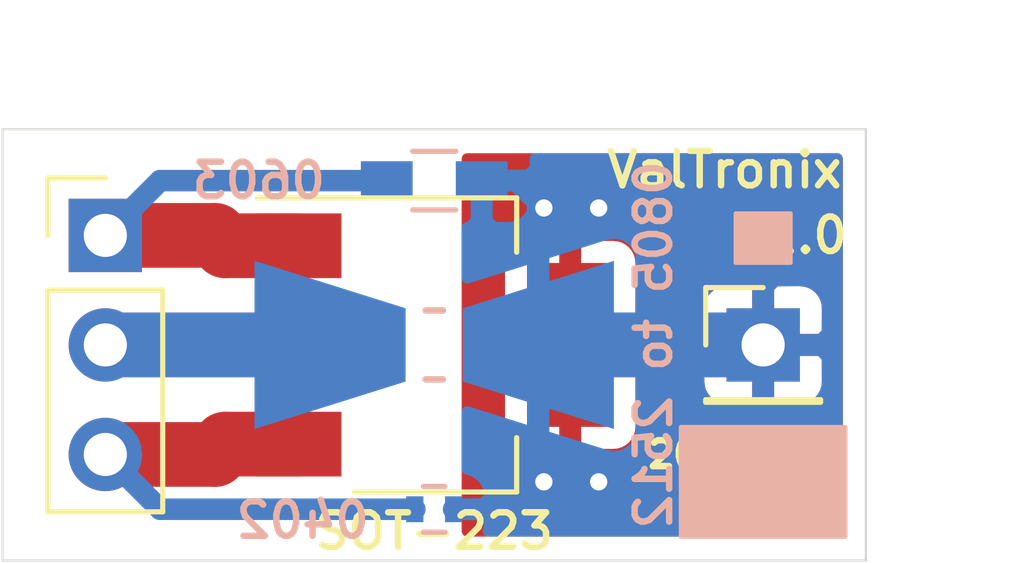
<source format=kicad_pcb>
(kicad_pcb (version 20171130) (host pcbnew "(5.1.6)-1")

  (general
    (thickness 1.6)
    (drawings 11)
    (tracks 22)
    (zones 0)
    (modules 6)
    (nets 5)
  )

  (page A4 portrait)
  (title_block
    (title "Surface Mount (SMT) to Through Hole (THT) Adapter Board")
    (date 2020-06-24)
    (rev 1.0)
    (company ValTronix)
    (comment 1 "** Ready for Production **")
    (comment 2 "Should be panelized")
    (comment 3 "Compatible with common breadboards")
    (comment 4 "For SOT-223 0603 0805 1206 1210 1812 2512")
  )

  (layers
    (0 F.Cu signal)
    (31 B.Cu signal)
    (32 B.Adhes user)
    (33 F.Adhes user)
    (34 B.Paste user)
    (35 F.Paste user)
    (36 B.SilkS user)
    (37 F.SilkS user)
    (38 B.Mask user)
    (39 F.Mask user)
    (40 Dwgs.User user)
    (41 Cmts.User user)
    (42 Eco1.User user)
    (43 Eco2.User user)
    (44 Edge.Cuts user)
    (45 Margin user)
    (46 B.CrtYd user)
    (47 F.CrtYd user)
    (48 B.Fab user)
    (49 F.Fab user)
  )

  (setup
    (last_trace_width 0.25)
    (user_trace_width 0.5)
    (user_trace_width 1.5)
    (trace_clearance 0.2)
    (zone_clearance 0.508)
    (zone_45_only no)
    (trace_min 0.2)
    (via_size 0.8)
    (via_drill 0.4)
    (via_min_size 0.4)
    (via_min_drill 0.3)
    (uvia_size 0.3)
    (uvia_drill 0.1)
    (uvias_allowed no)
    (uvia_min_size 0.2)
    (uvia_min_drill 0.1)
    (edge_width 0.05)
    (segment_width 0.2)
    (pcb_text_width 0.3)
    (pcb_text_size 1.5 1.5)
    (mod_edge_width 0.12)
    (mod_text_size 1 1)
    (mod_text_width 0.15)
    (pad_size 1.524 1.524)
    (pad_drill 0.762)
    (pad_to_mask_clearance 0.05)
    (aux_axis_origin 86.36 104.14)
    (grid_origin 86.36 104.14)
    (visible_elements 7FFFFFFF)
    (pcbplotparams
      (layerselection 0x010fc_ffffffff)
      (usegerberextensions false)
      (usegerberattributes true)
      (usegerberadvancedattributes true)
      (creategerberjobfile true)
      (excludeedgelayer true)
      (linewidth 0.100000)
      (plotframeref false)
      (viasonmask false)
      (mode 1)
      (useauxorigin false)
      (hpglpennumber 1)
      (hpglpenspeed 20)
      (hpglpendiameter 15.000000)
      (psnegative false)
      (psa4output false)
      (plotreference true)
      (plotvalue true)
      (plotinvisibletext false)
      (padsonsilk false)
      (subtractmaskfromsilk false)
      (outputformat 1)
      (mirror false)
      (drillshape 0)
      (scaleselection 1)
      (outputdirectory "ValTronix-0001-v1_0/"))
  )

  (net 0 "")
  (net 1 /Pin1)
  (net 2 /Pin2)
  (net 3 /Pin3)
  (net 4 /Pin4)

  (net_class Default "This is the default net class."
    (clearance 0.2)
    (trace_width 0.25)
    (via_dia 0.8)
    (via_drill 0.4)
    (uvia_dia 0.3)
    (uvia_drill 0.1)
    (add_net /Pin1)
    (add_net /Pin2)
    (add_net /Pin3)
    (add_net /Pin4)
  )

  (module Resistors_SMD:R_0402 (layer B.Cu) (tedit 58E0A804) (tstamp 5EF37A1A)
    (at 86.36 107.95 180)
    (descr "Resistor SMD 0402, reflow soldering, Vishay (see dcrcw.pdf)")
    (tags "resistor 0402")
    (path /5EF408D8)
    (attr smd)
    (fp_text reference R3 (at 0 1.35) (layer B.SilkS) hide
      (effects (font (size 1 1) (thickness 0.15)) (justify mirror))
    )
    (fp_text value 0402 (at 3.048 -0.254) (layer B.SilkS)
      (effects (font (size 0.8 0.8) (thickness 0.15)) (justify mirror))
    )
    (fp_line (start 0.8 -0.45) (end -0.8 -0.45) (layer B.CrtYd) (width 0.05))
    (fp_line (start 0.8 -0.45) (end 0.8 0.45) (layer B.CrtYd) (width 0.05))
    (fp_line (start -0.8 0.45) (end -0.8 -0.45) (layer B.CrtYd) (width 0.05))
    (fp_line (start -0.8 0.45) (end 0.8 0.45) (layer B.CrtYd) (width 0.05))
    (fp_line (start -0.25 -0.53) (end 0.25 -0.53) (layer B.SilkS) (width 0.12))
    (fp_line (start 0.25 0.53) (end -0.25 0.53) (layer B.SilkS) (width 0.12))
    (fp_line (start -0.5 0.25) (end 0.5 0.25) (layer B.Fab) (width 0.1))
    (fp_line (start 0.5 0.25) (end 0.5 -0.25) (layer B.Fab) (width 0.1))
    (fp_line (start 0.5 -0.25) (end -0.5 -0.25) (layer B.Fab) (width 0.1))
    (fp_line (start -0.5 -0.25) (end -0.5 0.25) (layer B.Fab) (width 0.1))
    (fp_text user %R (at 0 1.35) (layer B.Fab) hide
      (effects (font (size 1 1) (thickness 0.15)) (justify mirror))
    )
    (pad 1 smd rect (at -0.45 0 180) (size 0.4 0.6) (layers B.Cu B.Paste B.Mask)
      (net 4 /Pin4))
    (pad 2 smd rect (at 0.45 0 180) (size 0.4 0.6) (layers B.Cu B.Paste B.Mask)
      (net 3 /Pin3))
    (model ${KISYS3DMOD}/Resistors_SMD.3dshapes/R_0402.wrl
      (at (xyz 0 0 0))
      (scale (xyz 1 1 1))
      (rotate (xyz 0 0 0))
    )
  )

  (module Resistors_SMD:R_0603_HandSoldering (layer B.Cu) (tedit 58E0A804) (tstamp 5EF37A17)
    (at 86.36 100.33 180)
    (descr "Resistor SMD 0603, hand soldering")
    (tags "resistor 0603")
    (path /5EF402A3)
    (attr smd)
    (fp_text reference R2 (at 0 1.45) (layer B.SilkS) hide
      (effects (font (size 1 1) (thickness 0.15)) (justify mirror))
    )
    (fp_text value 0603 (at 4.064 0) (layer B.SilkS)
      (effects (font (size 0.8 0.8) (thickness 0.15)) (justify mirror))
    )
    (fp_line (start 1.95 -0.7) (end -1.96 -0.7) (layer B.CrtYd) (width 0.05))
    (fp_line (start 1.95 -0.7) (end 1.95 0.7) (layer B.CrtYd) (width 0.05))
    (fp_line (start -1.96 0.7) (end -1.96 -0.7) (layer B.CrtYd) (width 0.05))
    (fp_line (start -1.96 0.7) (end 1.95 0.7) (layer B.CrtYd) (width 0.05))
    (fp_line (start -0.5 0.68) (end 0.5 0.68) (layer B.SilkS) (width 0.12))
    (fp_line (start 0.5 -0.68) (end -0.5 -0.68) (layer B.SilkS) (width 0.12))
    (fp_line (start -0.8 0.4) (end 0.8 0.4) (layer B.Fab) (width 0.1))
    (fp_line (start 0.8 0.4) (end 0.8 -0.4) (layer B.Fab) (width 0.1))
    (fp_line (start 0.8 -0.4) (end -0.8 -0.4) (layer B.Fab) (width 0.1))
    (fp_line (start -0.8 -0.4) (end -0.8 0.4) (layer B.Fab) (width 0.1))
    (fp_text user %R (at 0 0) (layer B.Fab) hide
      (effects (font (size 0.4 0.4) (thickness 0.075)) (justify mirror))
    )
    (pad 1 smd rect (at -1.1 0 180) (size 1.2 0.9) (layers B.Cu B.Paste B.Mask)
      (net 4 /Pin4))
    (pad 2 smd rect (at 1.1 0 180) (size 1.2 0.9) (layers B.Cu B.Paste B.Mask)
      (net 1 /Pin1))
    (model ${KISYS3DMOD}/Resistors_SMD.3dshapes/R_0603.wrl
      (at (xyz 0 0 0))
      (scale (xyz 1 1 1))
      (rotate (xyz 0 0 0))
    )
  )

  (module TO_SOT_Packages_SMD:SOT-223 (layer F.Cu) (tedit 58CE4E7E) (tstamp 5EF37520)
    (at 86.36 104.14)
    (descr "module CMS SOT223 4 pins")
    (tags "CMS SOT")
    (path /5EF3C093)
    (attr smd)
    (fp_text reference U1 (at 0 -4.5) (layer F.SilkS) hide
      (effects (font (size 1 1) (thickness 0.15)))
    )
    (fp_text value SOT-223 (at 0 4.318) (layer F.SilkS)
      (effects (font (size 0.8 0.8) (thickness 0.15)))
    )
    (fp_line (start 1.85 -3.35) (end 1.85 3.35) (layer F.Fab) (width 0.1))
    (fp_line (start -1.85 3.35) (end 1.85 3.35) (layer F.Fab) (width 0.1))
    (fp_line (start -4.1 -3.41) (end 1.91 -3.41) (layer F.SilkS) (width 0.12))
    (fp_line (start -0.8 -3.35) (end 1.85 -3.35) (layer F.Fab) (width 0.1))
    (fp_line (start -1.85 3.41) (end 1.91 3.41) (layer F.SilkS) (width 0.12))
    (fp_line (start -1.85 -2.3) (end -1.85 3.35) (layer F.Fab) (width 0.1))
    (fp_line (start -4.4 -3.6) (end -4.4 3.6) (layer F.CrtYd) (width 0.05))
    (fp_line (start -4.4 3.6) (end 4.4 3.6) (layer F.CrtYd) (width 0.05))
    (fp_line (start 4.4 3.6) (end 4.4 -3.6) (layer F.CrtYd) (width 0.05))
    (fp_line (start 4.4 -3.6) (end -4.4 -3.6) (layer F.CrtYd) (width 0.05))
    (fp_line (start 1.91 -3.41) (end 1.91 -2.15) (layer F.SilkS) (width 0.12))
    (fp_line (start 1.91 3.41) (end 1.91 2.15) (layer F.SilkS) (width 0.12))
    (fp_line (start -1.85 -2.3) (end -0.8 -3.35) (layer F.Fab) (width 0.1))
    (fp_text user %R (at 0 0 90) (layer F.Fab) hide
      (effects (font (size 0.8 0.8) (thickness 0.12)))
    )
    (pad 4 smd rect (at 3.15 0) (size 2 3.8) (layers F.Cu F.Paste F.Mask)
      (net 4 /Pin4))
    (pad 2 smd rect (at -3.15 0) (size 2 1.5) (layers F.Cu F.Paste F.Mask)
      (net 2 /Pin2))
    (pad 3 smd rect (at -3.15 2.3) (size 2 1.5) (layers F.Cu F.Paste F.Mask)
      (net 3 /Pin3))
    (pad 1 smd rect (at -3.15 -2.3) (size 2 1.5) (layers F.Cu F.Paste F.Mask)
      (net 1 /Pin1))
    (model ${KISYS3DMOD}/TO_SOT_Packages_SMD.3dshapes/SOT-223.wrl
      (at (xyz 0 0 0))
      (scale (xyz 1 1 1))
      (rotate (xyz 0 0 0))
    )
  )

  (module Resistors_Universal:Resistor_SMDuniversal_0805to2512_HandSoldering (layer B.Cu) (tedit 0) (tstamp 5EF3751D)
    (at 86.36 104.14 180)
    (descr "Resistor, SMD, universal, 0805 to 2512, Hand soldering,")
    (tags "Resistor, SMD, universal, 0805 to 2512, Hand soldering,")
    (path /5EF3653E)
    (fp_text reference R1 (at 0.09906 3.0988) (layer B.SilkS) hide
      (effects (font (size 1 1) (thickness 0.15)) (justify mirror))
    )
    (fp_text value "0805 to 2512" (at -5.08 0 270) (layer B.SilkS)
      (effects (font (size 0.8 0.8) (thickness 0.15)) (justify mirror))
    )
    (fp_line (start -0.20066 0.8001) (end 0.20066 0.8001) (layer B.SilkS) (width 0.15))
    (fp_line (start -0.09906 0.8001) (end -0.20066 0.8001) (layer B.SilkS) (width 0.15))
    (fp_line (start 0 -0.8001) (end -0.20066 -0.8001) (layer B.SilkS) (width 0.15))
    (fp_line (start 0 -0.8001) (end 0.20066 -0.8001) (layer B.SilkS) (width 0.15))
    (pad 1 smd trapezoid (at -2.413 0 180) (size 3.50012 2.79908) (rect_delta 1.09982 0 ) (layers B.Cu B.Paste B.Mask)
      (net 4 /Pin4))
    (pad 2 smd trapezoid (at 2.413 0) (size 3.50012 2.79908) (rect_delta 1.09982 0 ) (layers B.Cu B.Paste B.Mask)
      (net 2 /Pin2))
  )

  (module Pin_Headers:Pin_Header_Straight_1x03_Pitch2.54mm (layer F.Cu) (tedit 59650532) (tstamp 5EF374F2)
    (at 78.74 101.6)
    (descr "Through hole straight pin header, 1x03, 2.54mm pitch, single row")
    (tags "Through hole pin header THT 1x03 2.54mm single row")
    (path /5EF36955)
    (fp_text reference J1 (at 0 -2.33) (layer F.SilkS) hide
      (effects (font (size 1 1) (thickness 0.15)))
    )
    (fp_text value Conn_01x03 (at 0 7.41) (layer F.Fab) hide
      (effects (font (size 1 1) (thickness 0.15)))
    )
    (fp_line (start 1.8 -1.8) (end -1.8 -1.8) (layer F.CrtYd) (width 0.05))
    (fp_line (start 1.8 6.85) (end 1.8 -1.8) (layer F.CrtYd) (width 0.05))
    (fp_line (start -1.8 6.85) (end 1.8 6.85) (layer F.CrtYd) (width 0.05))
    (fp_line (start -1.8 -1.8) (end -1.8 6.85) (layer F.CrtYd) (width 0.05))
    (fp_line (start -1.33 -1.33) (end 0 -1.33) (layer F.SilkS) (width 0.12))
    (fp_line (start -1.33 0) (end -1.33 -1.33) (layer F.SilkS) (width 0.12))
    (fp_line (start -1.33 1.27) (end 1.33 1.27) (layer F.SilkS) (width 0.12))
    (fp_line (start 1.33 1.27) (end 1.33 6.41) (layer F.SilkS) (width 0.12))
    (fp_line (start -1.33 1.27) (end -1.33 6.41) (layer F.SilkS) (width 0.12))
    (fp_line (start -1.33 6.41) (end 1.33 6.41) (layer F.SilkS) (width 0.12))
    (fp_line (start -1.27 -0.635) (end -0.635 -1.27) (layer F.Fab) (width 0.1))
    (fp_line (start -1.27 6.35) (end -1.27 -0.635) (layer F.Fab) (width 0.1))
    (fp_line (start 1.27 6.35) (end -1.27 6.35) (layer F.Fab) (width 0.1))
    (fp_line (start 1.27 -1.27) (end 1.27 6.35) (layer F.Fab) (width 0.1))
    (fp_line (start -0.635 -1.27) (end 1.27 -1.27) (layer F.Fab) (width 0.1))
    (fp_text user %R (at 0 2.54 90) (layer F.Fab) hide
      (effects (font (size 1 1) (thickness 0.15)))
    )
    (pad 1 thru_hole rect (at 0 0) (size 1.7 1.7) (drill 1) (layers *.Cu *.Mask)
      (net 1 /Pin1))
    (pad 2 thru_hole oval (at 0 2.54) (size 1.7 1.7) (drill 1) (layers *.Cu *.Mask)
      (net 2 /Pin2))
    (pad 3 thru_hole oval (at 0 5.08) (size 1.7 1.7) (drill 1) (layers *.Cu *.Mask)
      (net 3 /Pin3))
    (model ${KISYS3DMOD}/Pin_Headers.3dshapes/Pin_Header_Straight_1x03_Pitch2.54mm.wrl
      (at (xyz 0 0 0))
      (scale (xyz 1 1 1))
      (rotate (xyz 0 0 0))
    )
  )

  (module Pin_Headers:Pin_Header_Straight_1x01_Pitch2.54mm (layer F.Cu) (tedit 59650532) (tstamp 5EF37324)
    (at 93.98 104.14)
    (descr "Through hole straight pin header, 1x01, 2.54mm pitch, single row")
    (tags "Through hole pin header THT 1x01 2.54mm single row")
    (path /5EF36F42)
    (fp_text reference J2 (at 0 -2.33) (layer F.SilkS) hide
      (effects (font (size 1 1) (thickness 0.15)))
    )
    (fp_text value Conn_01x01 (at 0 2.33) (layer F.Fab) hide
      (effects (font (size 1 1) (thickness 0.15)))
    )
    (fp_line (start 1.8 -1.8) (end -1.8 -1.8) (layer F.CrtYd) (width 0.05))
    (fp_line (start 1.8 1.8) (end 1.8 -1.8) (layer F.CrtYd) (width 0.05))
    (fp_line (start -1.8 1.8) (end 1.8 1.8) (layer F.CrtYd) (width 0.05))
    (fp_line (start -1.8 -1.8) (end -1.8 1.8) (layer F.CrtYd) (width 0.05))
    (fp_line (start -1.33 -1.33) (end 0 -1.33) (layer F.SilkS) (width 0.12))
    (fp_line (start -1.33 0) (end -1.33 -1.33) (layer F.SilkS) (width 0.12))
    (fp_line (start -1.33 1.27) (end 1.33 1.27) (layer F.SilkS) (width 0.12))
    (fp_line (start 1.33 1.27) (end 1.33 1.33) (layer F.SilkS) (width 0.12))
    (fp_line (start -1.33 1.27) (end -1.33 1.33) (layer F.SilkS) (width 0.12))
    (fp_line (start -1.33 1.33) (end 1.33 1.33) (layer F.SilkS) (width 0.12))
    (fp_line (start -1.27 -0.635) (end -0.635 -1.27) (layer F.Fab) (width 0.1))
    (fp_line (start -1.27 1.27) (end -1.27 -0.635) (layer F.Fab) (width 0.1))
    (fp_line (start 1.27 1.27) (end -1.27 1.27) (layer F.Fab) (width 0.1))
    (fp_line (start 1.27 -1.27) (end 1.27 1.27) (layer F.Fab) (width 0.1))
    (fp_line (start -0.635 -1.27) (end 1.27 -1.27) (layer F.Fab) (width 0.1))
    (fp_text user %R (at 0 0 90) (layer F.Fab) hide
      (effects (font (size 1 1) (thickness 0.15)))
    )
    (pad 1 thru_hole rect (at 0 0) (size 1.7 1.7) (drill 1) (layers *.Cu *.Mask)
      (net 4 /Pin4))
    (model ${KISYS3DMOD}/Pin_Headers.3dshapes/Pin_Header_Straight_1x01_Pitch2.54mm.wrl
      (at (xyz 0 0 0))
      (scale (xyz 1 1 1))
      (rotate (xyz 0 0 0))
    )
  )

  (dimension 10 (width 0.12) (layer Dwgs.User)
    (gr_text "10,000 mm" (at 98.63 104.14 270) (layer Dwgs.User)
      (effects (font (size 1 1) (thickness 0.15)))
    )
    (feature1 (pts (xy 96.36 109.14) (xy 97.946421 109.14)))
    (feature2 (pts (xy 96.36 99.14) (xy 97.946421 99.14)))
    (crossbar (pts (xy 97.36 99.14) (xy 97.36 109.14)))
    (arrow1a (pts (xy 97.36 109.14) (xy 96.773579 108.013496)))
    (arrow1b (pts (xy 97.36 109.14) (xy 97.946421 108.013496)))
    (arrow2a (pts (xy 97.36 99.14) (xy 96.773579 100.266504)))
    (arrow2b (pts (xy 97.36 99.14) (xy 97.946421 100.266504)))
  )
  (dimension 20 (width 0.12) (layer Dwgs.User)
    (gr_text "20,000 mm" (at 86.36 96.87) (layer Dwgs.User)
      (effects (font (size 1 1) (thickness 0.15)))
    )
    (feature1 (pts (xy 96.36 99.14) (xy 96.36 97.553579)))
    (feature2 (pts (xy 76.36 99.14) (xy 76.36 97.553579)))
    (crossbar (pts (xy 76.36 98.14) (xy 96.36 98.14)))
    (arrow1a (pts (xy 96.36 98.14) (xy 95.233496 98.726421)))
    (arrow1b (pts (xy 96.36 98.14) (xy 95.233496 97.553579)))
    (arrow2a (pts (xy 76.36 98.14) (xy 77.486504 98.726421)))
    (arrow2b (pts (xy 76.36 98.14) (xy 77.486504 97.553579)))
  )
  (gr_text 20200624 (at 96.012 106.68) (layer F.SilkS)
    (effects (font (size 0.6 0.6) (thickness 0.15)) (justify right))
  )
  (gr_text v1.0 (at 96.012 101.6) (layer F.SilkS) (tstamp 5EF37F4F)
    (effects (font (size 0.8 0.8) (thickness 0.15)) (justify right))
  )
  (gr_poly (pts (xy 95.885 108.585) (xy 92.075 108.585) (xy 92.075 106.045) (xy 95.885 106.045)) (layer B.SilkS) (width 0.1))
  (gr_text ValTronix (at 95.885 100.076) (layer F.SilkS)
    (effects (font (size 0.8 0.8) (thickness 0.15)) (justify right))
  )
  (gr_poly (pts (xy 94.615 102.235) (xy 93.345 102.235) (xy 93.345 101.092) (xy 94.615 101.092)) (layer B.SilkS) (width 0.1))
  (gr_line (start 76.36 109.14) (end 76.36 99.14) (layer Edge.Cuts) (width 0.05) (tstamp 5EF36E76))
  (gr_line (start 96.36 109.14) (end 76.36 109.14) (layer Edge.Cuts) (width 0.05))
  (gr_line (start 96.36 99.14) (end 96.36 109.14) (layer Edge.Cuts) (width 0.05))
  (gr_line (start 76.36 99.14) (end 96.36 99.14) (layer Edge.Cuts) (width 0.05))

  (segment (start 83.21 101.84) (end 81.52 101.84) (width 1.5) (layer F.Cu) (net 1))
  (segment (start 81.28 101.6) (end 78.74 101.6) (width 1.5) (layer F.Cu) (net 1))
  (segment (start 81.52 101.84) (end 81.28 101.6) (width 1.5) (layer F.Cu) (net 1))
  (segment (start 80.01 100.33) (end 78.74 101.6) (width 0.5) (layer B.Cu) (net 1))
  (segment (start 85.26 100.33) (end 80.01 100.33) (width 0.5) (layer B.Cu) (net 1))
  (segment (start 78.74 104.14) (end 83.947 104.14) (width 1.5) (layer B.Cu) (net 2))
  (segment (start 83.21 104.14) (end 78.74 104.14) (width 1.5) (layer F.Cu) (net 2))
  (segment (start 83.21 106.44) (end 81.52 106.44) (width 1.5) (layer F.Cu) (net 3))
  (segment (start 81.28 106.68) (end 78.74 106.68) (width 1.5) (layer F.Cu) (net 3))
  (segment (start 81.52 106.44) (end 81.28 106.68) (width 1.5) (layer F.Cu) (net 3))
  (segment (start 80.01 107.95) (end 78.74 106.68) (width 0.5) (layer B.Cu) (net 3))
  (segment (start 85.91 107.95) (end 80.01 107.95) (width 0.5) (layer B.Cu) (net 3))
  (segment (start 93.98 104.14) (end 88.773 104.14) (width 1.5) (layer B.Cu) (net 4))
  (segment (start 89.51 104.14) (end 93.98 104.14) (width 1.5) (layer F.Cu) (net 4))
  (via (at 88.9 100.965) (size 0.8) (drill 0.4) (layers F.Cu B.Cu) (net 4))
  (via (at 90.17 100.965) (size 0.8) (drill 0.4) (layers F.Cu B.Cu) (net 4))
  (via (at 90.17 107.315) (size 0.8) (drill 0.4) (layers F.Cu B.Cu) (net 4))
  (via (at 88.9 107.315) (size 0.8) (drill 0.4) (layers F.Cu B.Cu) (net 4))
  (segment (start 88.265 107.95) (end 88.9 107.315) (width 0.5) (layer B.Cu) (net 4))
  (segment (start 86.81 107.95) (end 88.265 107.95) (width 0.5) (layer B.Cu) (net 4))
  (segment (start 88.265 100.33) (end 88.9 100.965) (width 0.5) (layer B.Cu) (net 4))
  (segment (start 87.46 100.33) (end 88.265 100.33) (width 0.5) (layer B.Cu) (net 4))

  (zone (net 4) (net_name /Pin4) (layer F.Cu) (tstamp 5EF3ABFA) (hatch edge 0.508)
    (connect_pads (clearance 0.508))
    (min_thickness 0.254)
    (fill yes (arc_segments 32) (thermal_gap 0.508) (thermal_bridge_width 0.508))
    (polygon
      (pts
        (xy 95.885 108.585) (xy 86.995 108.585) (xy 86.995 99.695) (xy 95.885 99.695)
      )
    )
    (filled_polygon
      (pts
        (xy 95.700001 108.458) (xy 87.122 108.458) (xy 87.122 106.04) (xy 87.871928 106.04) (xy 87.884188 106.164482)
        (xy 87.920498 106.28418) (xy 87.979463 106.394494) (xy 88.058815 106.491185) (xy 88.155506 106.570537) (xy 88.26582 106.629502)
        (xy 88.385518 106.665812) (xy 88.51 106.678072) (xy 89.22425 106.675) (xy 89.383 106.51625) (xy 89.383 104.267)
        (xy 89.637 104.267) (xy 89.637 106.51625) (xy 89.79575 106.675) (xy 90.51 106.678072) (xy 90.634482 106.665812)
        (xy 90.75418 106.629502) (xy 90.864494 106.570537) (xy 90.961185 106.491185) (xy 91.040537 106.394494) (xy 91.099502 106.28418)
        (xy 91.135812 106.164482) (xy 91.148072 106.04) (xy 91.146074 104.99) (xy 92.491928 104.99) (xy 92.504188 105.114482)
        (xy 92.540498 105.23418) (xy 92.599463 105.344494) (xy 92.678815 105.441185) (xy 92.775506 105.520537) (xy 92.88582 105.579502)
        (xy 93.005518 105.615812) (xy 93.13 105.628072) (xy 93.69425 105.625) (xy 93.853 105.46625) (xy 93.853 104.267)
        (xy 94.107 104.267) (xy 94.107 105.46625) (xy 94.26575 105.625) (xy 94.83 105.628072) (xy 94.954482 105.615812)
        (xy 95.07418 105.579502) (xy 95.184494 105.520537) (xy 95.281185 105.441185) (xy 95.360537 105.344494) (xy 95.419502 105.23418)
        (xy 95.455812 105.114482) (xy 95.468072 104.99) (xy 95.465 104.42575) (xy 95.30625 104.267) (xy 94.107 104.267)
        (xy 93.853 104.267) (xy 92.65375 104.267) (xy 92.495 104.42575) (xy 92.491928 104.99) (xy 91.146074 104.99)
        (xy 91.145 104.42575) (xy 90.98625 104.267) (xy 89.637 104.267) (xy 89.383 104.267) (xy 88.03375 104.267)
        (xy 87.875 104.42575) (xy 87.871928 106.04) (xy 87.122 106.04) (xy 87.122 102.24) (xy 87.871928 102.24)
        (xy 87.875 103.85425) (xy 88.03375 104.013) (xy 89.383 104.013) (xy 89.383 101.76375) (xy 89.637 101.76375)
        (xy 89.637 104.013) (xy 90.98625 104.013) (xy 91.145 103.85425) (xy 91.146073 103.29) (xy 92.491928 103.29)
        (xy 92.495 103.85425) (xy 92.65375 104.013) (xy 93.853 104.013) (xy 93.853 102.81375) (xy 94.107 102.81375)
        (xy 94.107 104.013) (xy 95.30625 104.013) (xy 95.465 103.85425) (xy 95.468072 103.29) (xy 95.455812 103.165518)
        (xy 95.419502 103.04582) (xy 95.360537 102.935506) (xy 95.281185 102.838815) (xy 95.184494 102.759463) (xy 95.07418 102.700498)
        (xy 94.954482 102.664188) (xy 94.83 102.651928) (xy 94.26575 102.655) (xy 94.107 102.81375) (xy 93.853 102.81375)
        (xy 93.69425 102.655) (xy 93.13 102.651928) (xy 93.005518 102.664188) (xy 92.88582 102.700498) (xy 92.775506 102.759463)
        (xy 92.678815 102.838815) (xy 92.599463 102.935506) (xy 92.540498 103.04582) (xy 92.504188 103.165518) (xy 92.491928 103.29)
        (xy 91.146073 103.29) (xy 91.148072 102.24) (xy 91.135812 102.115518) (xy 91.099502 101.99582) (xy 91.040537 101.885506)
        (xy 90.961185 101.788815) (xy 90.864494 101.709463) (xy 90.75418 101.650498) (xy 90.634482 101.614188) (xy 90.51 101.601928)
        (xy 89.79575 101.605) (xy 89.637 101.76375) (xy 89.383 101.76375) (xy 89.22425 101.605) (xy 88.51 101.601928)
        (xy 88.385518 101.614188) (xy 88.26582 101.650498) (xy 88.155506 101.709463) (xy 88.058815 101.788815) (xy 87.979463 101.885506)
        (xy 87.920498 101.99582) (xy 87.884188 102.115518) (xy 87.871928 102.24) (xy 87.122 102.24) (xy 87.122 99.822)
        (xy 95.7 99.822)
      )
    )
  )
  (zone (net 4) (net_name /Pin4) (layer B.Cu) (tstamp 5EF3ABF7) (hatch edge 0.508)
    (connect_pads (clearance 0.508))
    (min_thickness 0.254)
    (fill yes (arc_segments 32) (thermal_gap 0.508) (thermal_bridge_width 0.508))
    (polygon
      (pts
        (xy 95.885 108.585) (xy 86.995 108.585) (xy 86.995 99.695) (xy 95.885 99.695)
      )
    )
    (filled_polygon
      (pts
        (xy 95.700001 108.458) (xy 87.611353 108.458) (xy 87.638804 108.358357) (xy 87.645 108.23575) (xy 87.48625 108.077)
        (xy 87.122 108.077) (xy 87.122 107.823) (xy 87.48625 107.823) (xy 87.645 107.66425) (xy 87.638804 107.541643)
        (xy 87.605582 107.421051) (xy 87.549473 107.309258) (xy 87.472631 107.210559) (xy 87.378012 107.128748) (xy 87.269249 107.066968)
        (xy 87.150524 107.027594) (xy 87.122 107.024291) (xy 87.122 105.689588) (xy 88.646 106.168465) (xy 88.646 104.267)
        (xy 88.9 104.267) (xy 88.9 106.248278) (xy 90.331784 106.698178) (xy 90.398578 106.715262) (xy 90.52306 106.727522)
        (xy 90.647542 106.715262) (xy 90.76724 106.678952) (xy 90.877554 106.619987) (xy 90.974245 106.540635) (xy 91.053597 106.443944)
        (xy 91.112562 106.33363) (xy 91.148872 106.213932) (xy 91.161132 106.08945) (xy 91.161132 104.99) (xy 92.491928 104.99)
        (xy 92.504188 105.114482) (xy 92.540498 105.23418) (xy 92.599463 105.344494) (xy 92.678815 105.441185) (xy 92.775506 105.520537)
        (xy 92.88582 105.579502) (xy 93.005518 105.615812) (xy 93.13 105.628072) (xy 93.69425 105.625) (xy 93.853 105.46625)
        (xy 93.853 104.267) (xy 94.107 104.267) (xy 94.107 105.46625) (xy 94.26575 105.625) (xy 94.83 105.628072)
        (xy 94.954482 105.615812) (xy 95.07418 105.579502) (xy 95.184494 105.520537) (xy 95.281185 105.441185) (xy 95.360537 105.344494)
        (xy 95.419502 105.23418) (xy 95.455812 105.114482) (xy 95.468072 104.99) (xy 95.465 104.42575) (xy 95.30625 104.267)
        (xy 94.107 104.267) (xy 93.853 104.267) (xy 92.65375 104.267) (xy 92.495 104.42575) (xy 92.491928 104.99)
        (xy 91.161132 104.99) (xy 91.161132 104.267) (xy 88.9 104.267) (xy 88.646 104.267) (xy 88.626 104.267)
        (xy 88.626 104.013) (xy 88.646 104.013) (xy 88.646 102.111535) (xy 87.122 102.590412) (xy 87.122 102.031722)
        (xy 88.9 102.031722) (xy 88.9 104.013) (xy 91.161132 104.013) (xy 91.161132 103.29) (xy 92.491928 103.29)
        (xy 92.495 103.85425) (xy 92.65375 104.013) (xy 93.853 104.013) (xy 93.853 102.81375) (xy 94.107 102.81375)
        (xy 94.107 104.013) (xy 95.30625 104.013) (xy 95.465 103.85425) (xy 95.468072 103.29) (xy 95.455812 103.165518)
        (xy 95.419502 103.04582) (xy 95.360537 102.935506) (xy 95.281185 102.838815) (xy 95.184494 102.759463) (xy 95.07418 102.700498)
        (xy 94.954482 102.664188) (xy 94.83 102.651928) (xy 94.26575 102.655) (xy 94.107 102.81375) (xy 93.853 102.81375)
        (xy 93.69425 102.655) (xy 93.13 102.651928) (xy 93.005518 102.664188) (xy 92.88582 102.700498) (xy 92.775506 102.759463)
        (xy 92.678815 102.838815) (xy 92.599463 102.935506) (xy 92.540498 103.04582) (xy 92.504188 103.165518) (xy 92.491928 103.29)
        (xy 91.161132 103.29) (xy 91.161132 102.19055) (xy 91.157407 102.121706) (xy 91.131788 101.999274) (xy 91.082775 101.884192)
        (xy 91.012253 101.780884) (xy 90.922931 101.693319) (xy 90.818242 101.624862) (xy 90.70221 101.578144) (xy 90.579293 101.554961)
        (xy 90.454216 101.556203) (xy 90.331784 101.581822) (xy 88.9 102.031722) (xy 87.122 102.031722) (xy 87.122 101.415511)
        (xy 87.17425 101.415) (xy 87.333 101.25625) (xy 87.333 100.457) (xy 87.587 100.457) (xy 87.587 101.25625)
        (xy 87.74575 101.415) (xy 88.06 101.418072) (xy 88.184482 101.405812) (xy 88.30418 101.369502) (xy 88.414494 101.310537)
        (xy 88.511185 101.231185) (xy 88.590537 101.134494) (xy 88.649502 101.02418) (xy 88.685812 100.904482) (xy 88.698072 100.78)
        (xy 88.695 100.61575) (xy 88.53625 100.457) (xy 87.587 100.457) (xy 87.333 100.457) (xy 87.313 100.457)
        (xy 87.313 100.203) (xy 87.333 100.203) (xy 87.333 100.183) (xy 87.587 100.183) (xy 87.587 100.203)
        (xy 88.53625 100.203) (xy 88.695 100.04425) (xy 88.698072 99.88) (xy 88.69236 99.822) (xy 95.7 99.822)
      )
    )
  )
)

</source>
